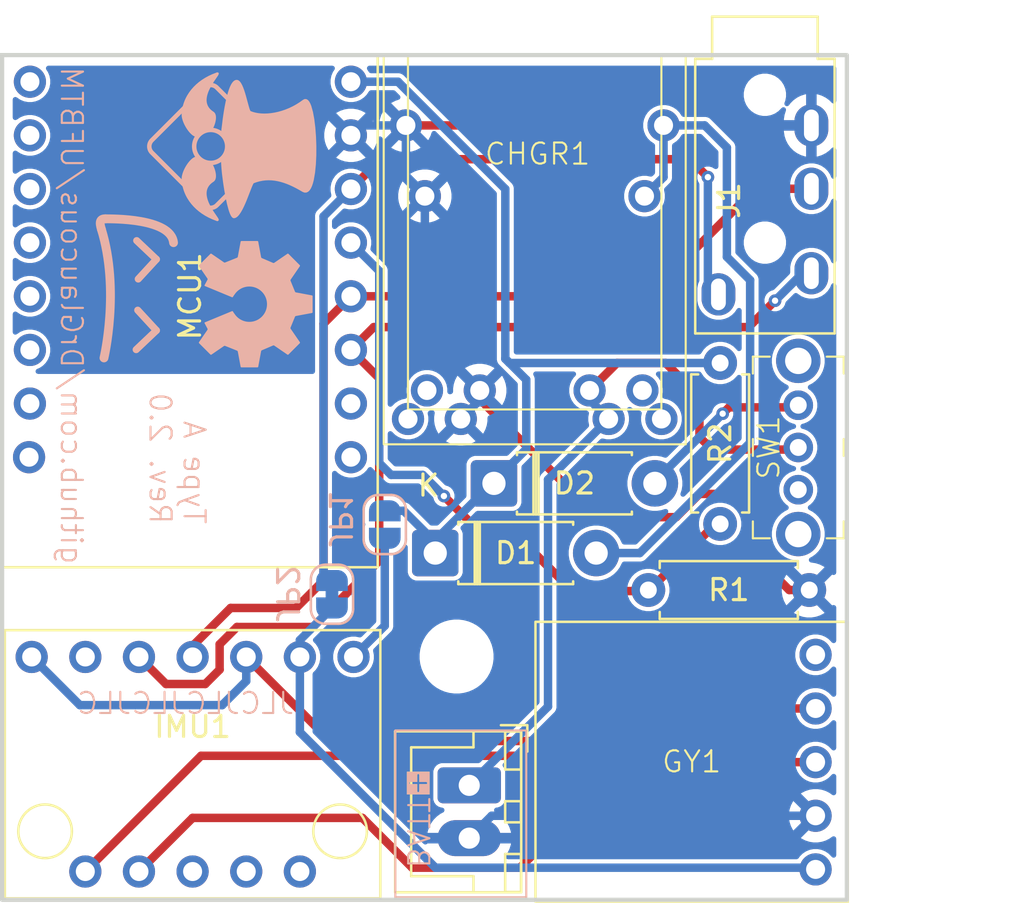
<source format=kicad_pcb>
(kicad_pcb (version 20241229) (generator "pcbnew") (generator_version "9.0")
  (layers (0 "F.Cu" signal) (2 "B.Cu" signal) (13 "F.Paste" user) (15 "B.Paste" user) (5 "F.SilkS" user "F.Silkscreen") (7 "B.SilkS" user "B.Silkscreen") (1 "F.Mask" user) (3 "B.Mask" user) (25 "Edge.Cuts" user))
  (net 0 "")
  (net 1 "SDA_1")
  (net 2 "ESP32_3V3")
  (net 3 "BATTERY_READER")
  (net 4 "ESP32_5V5")
  (net 5 "SCL_1")
  (net 6 "+BATT")
  (net 7 "GND")
  (net 9 "/5_VIN_LX")
  (net 11 "Net-(D2-A)")
  (net 12 "Net-(GY1-SDA)")
  (net 14 "Net-(GY1-SCL)")
  (net 15 "Net-(GY1-VIN)")
  (net 17 "Net-(IMU1-VIN)")
  (footprint "My_Library:LX_LBES" (layer "F.Cu") (at 128.218024 112.5 -90)
    (property "Reference" "CHGR1")
    (property "Value" "~")
  )
  (footprint "Espressif:ESP32-C3-Mini-V1" (layer "F.Cu") (at 105.896004 107.141392)
    (property "Reference" "MCU1")
    (property "Value" "~")
  )
  (footprint "Diode_THT:D_DO-41_SOD81_P7.62mm_Horizontal" (layer "F.Cu") (at 117.51 119.3)
    (property "Reference" "D1")
    (property "Value" "D_1N5817 / 4.8v Zener?")
  )
  (footprint "Diode_THT:D_DO-41_SOD81_P7.62mm_Horizontal" (layer "F.Cu") (at 120.29 116)
    (property "Reference" "D2")
    (property "Value" "D_1N5817")
  )
  (footprint "My_Library:PJ-320A" (layer "F.Cu") (at 135.32 93.9 -90)
    (property "Reference" "J1")
    (property "Value" "TRRS Connector 3.5")
  )
  (footprint "My_Library:SK12D07VG4" (layer "F.Cu") (at 134.7 114.3 90)
    (property "Reference" "SW1")
    (property "Value" "SW_SPDT")
  )
  (footprint "Connector_JST:JST_XH_B2B-XH-A_1x02_P2.50mm_Vertical" (layer "F.Cu") (at 119.12 130.3 -90)
    (property "Reference" "BT1" (hide yes))
    (property "Value" "Battery")
  )
  (footprint "My_Library:LX-LBES-Big" (layer "F.Cu") (at 129.42 114.2 -90)
    (property "Reference" "CHGR2" (hide yes))
    (property "Value" "~")
  )
  (footprint "My_Library:GY-271" (layer "F.Cu") (at 130.52 129.2 180)
    (property "Reference" "GY1")
    (property "Value" "~")
  )
  (footprint "My_Library:GY-BMI160" (layer "F.Cu") (at 106.02 129.3 -90)
    (property "Reference" "IMU1")
    (property "Value" "~")
  )
  (footprint "Resistor_THT:R_Axial_DIN0207_L6.3mm_D2.5mm_P7.62mm_Horizontal" (layer "F.Cu") (at 135.22 121.05 180)
    (property "Reference" "R1")
    (property "Value" "200K")
  )
  (footprint "Resistor_THT:R_Axial_DIN0207_L6.3mm_D2.5mm_P7.62mm_Horizontal" (layer "F.Cu") (at 131 117.92 90)
    (property "Reference" "R2")
    (property "Value" "200K")
  )
  (footprint "Jumper:SolderJumper-2_P1.3mm_Open_RoundedPad1.0x1.5mm" (layer "B.Cu") (at 115.12 117.95 90)
    (property "Reference" "JP1")
    (property "Value" "5v in")
  )
  (footprint "Jumper:SolderJumper-2_P1.3mm_Bridged_RoundedPad1.0x1.5mm" (layer "B.Cu") (at 112.62 121.25 -90)
    (property "Reference" "JP2")
    (property "Value" "3v3 in")
  )
  (footprint "MountingHole:MountingHole_3mm" (layer "B.Cu") (at 118.52 124.2)
    (property "Reference" "REF**" (hide yes))
    (property "Value" "MountingHole_3mm")
  )
  (gr_poly (pts (xy 111.703464 107.135553) (xy 111.703337 107.133854) (xy 111.703129 107.132163) (xy 111.702841 107.130483) (xy 111.702475 107.128817) (xy 111.702033 107.127166) (xy 111.701518 107.125533) (xy 111.700932 107.123921) (xy 111.700276 107.122332) (xy 111.699553 107.12077) (xy 111.697913 107.117733) (xy 111.69603 107.114829) (xy 111.693919 107.112081) (xy 111.691597 107.109506) (xy 111.689082 107.107127) (xy 111.686389 107.104963) (xy 111.684981 107.103969) (xy 111.683536 107.103035) (xy 111.682054 107.102166) (xy 111.680538 107.101363) (xy 111.678991 107.100629) (xy 111.677414 107.099967) (xy 111.675809 107.099378) (xy 111.674178 107.098867) (xy 111.672525 107.098434) (xy 111.670849 107.098084) (xy 110.910743 106.956594) (xy 110.907373 106.955809) (xy 110.90399 106.954726) (xy 110.900616 106.953366) (xy 110.897274 106.951746) (xy 110.893986 106.949886) (xy 110.890774 106.947806) (xy 110.887661 106.945524) (xy 110.884668 106.943059) (xy 110.881819 106.940431) (xy 110.879135 106.937659) (xy 110.876638 106.934762) (xy 110.874352 106.931759) (xy 110.872297 106.928669) (xy 110.870497 106.925511) (xy 110.868974 106.922304) (xy 110.86775 106.919069) (xy 110.659223 106.409734) (xy 110.657822 106.406568) (xy 110.656653 106.403211) (xy 110.655713 106.399694) (xy 110.655 106.396045) (xy 110.654512 106.392293) (xy 110.654246 106.388469) (xy 110.6542 106.384601) (xy 110.654373 106.380719) (xy 110.654762 106.376851) (xy 110.655364 106.373028) (xy 110.656178 106.369279) (xy 110.657202 106.365632) (xy 110.658432 106.362118) (xy 110.659868 106.358764) (xy 110.661507 106.355602) (xy 110.663346 106.352659) (xy 111.099122 105.717789) (xy 111.100055 105.716362) (xy 111.100915 105.714892) (xy 111.101703 105.713383) (xy 111.102419 105.711837) (xy 111.103063 105.710259) (xy 111.103635 105.70865) (xy 111.104568 105.705357) (xy 111.105218 105.701984) (xy 111.105588 105.698558) (xy 111.105681 105.695103) (xy 111.105498 105.691648) (xy 111.105043 105.688217) (xy 111.104317 105.684836) (xy 111.103322 105.681533) (xy 111.102061 105.678332) (xy 111.100537 105.67526) (xy 111.099676 105.673781) (xy 111.098751 105.672344) (xy 111.097761 105.670952) (xy 111.096706 105.669608) (xy 111.095587 105.668317) (xy 111.094404 105.667081) (xy 110.559603 105.132354) (xy 110.55836 105.131179) (xy 110.557062 105.130067) (xy 110.555713 105.129019) (xy 110.554315 105.128035) (xy 110.552873 105.127116) (xy 110.551388 105.126262) (xy 110.549866 105.125473) (xy 110.548308 105.12475) (xy 110.546718 105.124092) (xy 110.5451 105.1235) (xy 110.54179 105.122515) (xy 110.538405 105.121796) (xy 110.53497 105.121345) (xy 110.531511 105.121165) (xy 110.528054 105.121258) (xy 110.524626 105.121624) (xy 110.521252 105.122267) (xy 110.519593 105.122693) (xy 110.517958 105.123189) (xy 110.51635 105.123755) (xy 110.514771 105.124391) (xy 110.513225 105.125098) (xy 110.511716 105.125875) (xy 110.510246 105.126724) (xy 110.508819 105.127644) (xy 109.884661 105.555702) (xy 109.881708 105.557551) (xy 109.878541 105.55919) (xy 109.875189 105.560619) (xy 109.87168 105.561836) (xy 109.868044 105.562839) (xy 109.864309 105.563627) (xy 109.860504 105.564198) (xy 109.856657 105.56455) (xy 109.852796 105.564682) (xy 109.848952 105.564592) (xy 109.845151 105.564278) (xy 109.841423 105.563739) (xy 109.837796 105.562972) (xy 109.834299 105.561978) (xy 109.830962 105.560753) (xy 109.827811 105.559296) (xy 109.302298 105.334064) (xy 109.300685 105.333456) (xy 109.299076 105.332771) (xy 109.295881 105.331184) (xy 109.292734 105.329326) (xy 109.289654 105.327218) (xy 109.28666 105.324884) (xy 109.283771 105.322345) (xy 109.281006 105.319623) (xy 109.278386 105.31674) (xy 109.275929 105.313719) (xy 109.273654 105.310581) (xy 109.271582 105.307349) (xy 109.26973 105.304044) (xy 109.268119 105.300689) (xy 109.266768 105.297307) (xy 109.266196 105.295612) (xy 109.265696 105.293918) (xy 109.26527 105.292229) (xy 109.264922 105.290546) (xy 109.128226 104.555832) (xy 109.1283 104.555909) (xy 109.127942 104.55424) (xy 109.127503 104.552593) (xy 109.126986 104.550968) (xy 109.126393 104.549369) (xy 109.125727 104.547797) (xy 109.124989 104.546254) (xy 109.124183 104.544744) (xy 109.123311 104.543266) (xy 109.122376 104.541825) (xy 109.121379 104.540421) (xy 109.120324 104.539057) (xy 109.119212 104.537736) (xy 109.118047 104.536459) (xy 109.11683 104.535228) (xy 109.115565 104.534045) (xy 109.114253 104.532913) (xy 109.112898 104.531834) (xy 109.111501 104.530809) (xy 109.110065 104.529842) (xy 109.108593 104.528933) (xy 109.107086 104.528086) (xy 109.105548 104.527301) (xy 109.103981 104.526582) (xy 109.102388 104.525931) (xy 109.10077 104.525349) (xy 109.099131 104.524839) (xy 109.097472 104.524402) (xy 109.095796 104.524042) (xy 109.094107 104.523759) (xy 109.092405 104.523557) (xy 109.090694 104.523436) (xy 109.088977 104.523401) (xy 108.332616 104.523476) (xy 108.330911 104.523519) (xy 108.329211 104.523646) (xy 108.327519 104.523854) (xy 108.325836 104.524142) (xy 108.324166 104.524508) (xy 108.322511 104.524949) (xy 108.320874 104.525464) (xy 108.319258 104.52605) (xy 108.316096 104.527428) (xy 108.313048 104.529066) (xy 108.310134 104.530947) (xy 108.307374 104.533055) (xy 108.30479 104.535372) (xy 108.302402 104.537883) (xy 108.300232 104.54057) (xy 108.299235 104.541974) (xy 108.2983 104.543416) (xy 108.297429 104.544893) (xy 108.296626 104.546405) (xy 108.295893 104.547947) (xy 108.295233 104.549519) (xy 108.294647 104.551118) (xy 108.29414 104.552742) (xy 108.293713 104.55439) (xy 108.293368 104.556058) (xy 108.159967 105.272721) (xy 108.159618 105.274409) (xy 108.159192 105.276101) (xy 108.158115 105.279483) (xy 108.156755 105.282848) (xy 108.155133 105.286173) (xy 108.153268 105.289438) (xy 108.15118 105.292621) (xy 108.148887 105.2957) (xy 108.14641 105.298656) (xy 108.143767 105.301465) (xy 108.14098 105.304108) (xy 108.138066 105.306563) (xy 108.135046 105.308807) (xy 108.131939 105.310821) (xy 108.128764 105.312583) (xy 108.125542 105.314072) (xy 108.122292 105.315266) (xy 107.563222 105.538998) (xy 107.560044 105.540372) (xy 107.556678 105.541518) (xy 107.553154 105.542438) (xy 107.549502 105.543135) (xy 107.545749 105.543609) (xy 107.541925 105.543864) (xy 107.538058 105.543901) (xy 107.534179 105.543724) (xy 107.530316 105.543332) (xy 107.526497 105.54273) (xy 107.522752 105.541919) (xy 107.519109 105.5409) (xy 107.515599 105.539677) (xy 107.512249 105.538252) (xy 107.509089 105.536625) (xy 107.506147 105.5348) (xy 106.912848 105.127706) (xy 106.911414 105.126773) (xy 106.909938 105.125913) (xy 106.908423 105.125125) (xy 106.906872 105.124409) (xy 106.905288 105.123765) (xy 106.903674 105.123193) (xy 106.900372 105.12226) (xy 106.896991 105.12161) (xy 106.893557 105.12124) (xy 106.890095 105.121147) (xy 106.886632 105.121329) (xy 106.883194 105.121785) (xy 106.879806 105.122511) (xy 106.876495 105.123505) (xy 106.873286 105.124765) (xy 106.870205 105.126288) (xy 106.86872 105.127148) (xy 106.867278 105.128073) (xy 106.86588 105.129063) (xy 106.864531 105.130117) (xy 106.863233 105.131235) (xy 106.861989 105.132417) (xy 106.327189 105.667225) (xy 106.32602 105.668454) (xy 106.324914 105.66974) (xy 106.323871 105.671077) (xy 106.322891 105.672464) (xy 106.321976 105.673896) (xy 106.321125 105.67537) (xy 106.320338 105.676884) (xy 106.319616 105.678434) (xy 106.318959 105.680017) (xy 106.318367 105.681629) (xy 106.317381 105.684928) (xy 106.31666 105.688306) (xy 106.316206 105.691736) (xy 106.316022 105.695193) (xy 106.316109 105.69865) (xy 106.316471 105.702081) (xy 106.317109 105.705459) (xy 106.317532 105.707121) (xy 106.318025 105.70876) (xy 106.318589 105.710373) (xy 106.319223 105.711957) (xy 106.319928 105.713508) (xy 106.320704 105.715023) (xy 106.321551 105.716499) (xy 106.32247 105.717932) (xy 106.722521 106.300674) (xy 106.724346 106.303597) (xy 106.725947 106.306731) (xy 106.727322 106.310046) (xy 106.72847 106.313513) (xy 106.729391 106.317104) (xy 106.730085 106.32079) (xy 106.730552 106.324542) (xy 106.730789 106.328332) (xy 106.730798 106.332131) (xy 106.730577 106.335909) (xy 106.730126 106.339639) (xy 106.729444 106.343291) (xy 106.728531 106.346837) (xy 106.727387 106.350248) (xy 106.72601 106.353496) (xy 106.7244 106.356551) (xy 106.58718 106.61354) (xy 106.586452 106.615078) (xy 106.585811 106.616629) (xy 106.585258 106.61819) (xy 106.584789 106.619758) (xy 106.584406 106.621331) (xy 106.584107 106.622905) (xy 106.58389 106.624479) (xy 106.583756 106.62605) (xy 106.583703 106.627615) (xy 106.58373 106.629171) (xy 106.583835 106.630715) (xy 106.58402 106.632246) (xy 106.584281 106.63376) (xy 106.584619 106.635254) (xy 106.585032 106.636726) (xy 106.58552 106.638174) (xy 106.586081 106.639594) (xy 106.586715 106.640984) (xy 106.587421 106.642341) (xy 106.588197 106.643663) (xy 106.589043 106.644946) (xy 106.589958 106.646189) (xy 106.590941 106.647388) (xy 106.591991 106.648542) (xy 106.593107 106.649646) (xy 106.594287 106.650699) (xy 106.595532 106.651697) (xy 106.596841 106.652639) (xy 106.598211 106.653522) (xy 106.599643 106.654342) (xy 106.601135 106.655097) (xy 106.602687 106.655785) (xy 107.883433 107.185641) (xy 107.885026 107.186254) (xy 107.886644 107.186786) (xy 107.888282 107.187237) (xy 107.889939 107.18761) (xy 107.89161 107.187904) (xy 107.893294 107.188121) (xy 107.896684 107.188329) (xy 107.900086 107.18824) (xy 107.903476 107.187864) (xy 107.906827 107.187208) (xy 107.910117 107.18628) (xy 107.913322 107.18509) (xy 107.916415 107.183643) (xy 107.919374 107.18195) (xy 107.922174 107.180018) (xy 107.92479 107.177855) (xy 107.926022 107.17669) (xy 107.927199 107.17547) (xy 107.928318 107.174196) (xy 107.929375 107.17287) (xy 107.930369 107.171492) (xy 107.931295 107.170063) (xy 107.970693 107.105723) (xy 107.973652 107.101097) (xy 107.977028 107.096156) (xy 107.980745 107.090995) (xy 107.98473 107.085705) (xy 107.988907 107.08038) (xy 107.993203 107.075113) (xy 107.997543 107.069998) (xy 108.001851 107.065126) (xy 108.031001 107.022551) (xy 108.062649 106.981918) (xy 108.096686 106.943339) (xy 108.133001 106.906923) (xy 108.171485 106.872783) (xy 108.212028 106.841029) (xy 108.254518 106.811772) (xy 108.298847 106.785123) (xy 108.344905 106.761194) (xy 108.368547 106.750284) (xy 108.39258 106.740095) (xy 108.416991 106.730641) (xy 108.441764 106.721937) (xy 108.466887 106.713996) (xy 108.492346 106.706832) (xy 108.518127 106.700459) (xy 108.544216 106.69489) (xy 108.5706 106.69014) (xy 108.597264 106.686223) (xy 108.624196 106.683152) (xy 108.651381 106.680941) (xy 108.678805 106.679604) (xy 108.706455 106.679156) (xy 108.749502 106.680244) (xy 108.791984 106.683473) (xy 108.833848 106.688792) (xy 108.875042 106.696147) (xy 108.915513 106.705485) (xy 108.955208 106.716755) (xy 108.994076 106.729903) (xy 109.032063 106.744877) (xy 109.069117 106.761625) (xy 109.105186 106.780094) (xy 109.140216 106.800231) (xy 109.174156 106.821984) (xy 109.206952 106.845301) (xy 109.238553 106.870128) (xy 109.268905 106.896413) (xy 109.297956 106.924104) (xy 109.325654 106.953148) (xy 109.351945 106.983492) (xy 109.376778 107.015085) (xy 109.4001 107.047873) (xy 109.421858 107.081803) (xy 109.442 107.116824) (xy 109.460473 107.152883) (xy 109.477225 107.189927) (xy 109.492202 107.227903) (xy 109.505353 107.26676) (xy 109.516626 107.306444) (xy 109.525966 107.346903) (xy 109.533322 107.388084) (xy 109.538642 107.429935) (xy 109.541872 107.472404) (xy 109.542961 107.515437) (xy 109.541872 107.55847) (xy 109.538642 107.600939) (xy 109.533322 107.64279) (xy 109.525966 107.683971) (xy 109.516626 107.72443) (xy 109.505353 107.764114) (xy 109.492202 107.802971) (xy 109.477225 107.840947) (xy 109.460473 107.877991) (xy 109.442 107.914049) (xy 109.421858 107.94907) (xy 109.4001 107.983001) (xy 109.376778 108.015789) (xy 109.351945 108.047381) (xy 109.325654 108.077726) (xy 109.297956 108.10677) (xy 109.268905 108.13446) (xy 109.238553 108.160746) (xy 109.206952 108.185573) (xy 109.174156 108.208889) (xy 109.140216 108.230642) (xy 109.105186 108.250779) (xy 109.069117 108.269248) (xy 109.032063 108.285996) (xy 108.994076 108.30097) (xy 108.955208 108.314119) (xy 108.915513 108.325388) (xy 108.875042 108.334727) (xy 108.833848 108.342082) (xy 108.791984 108.3474) (xy 108.749502 108.35063) (xy 108.706455 108.351718) (xy 108.651381 108.349933) (xy 108.597264 108.344651) (xy 108.544216 108.335983) (xy 108.492346 108.324042) (xy 108.441764 108.308936) (xy 108.39258 108.290779) (xy 108.344905 108.26968) (xy 108.298847 108.24575) (xy 108.254518 108.219101) (xy 108.212028 108.189844) (xy 108.171485 108.15809) (xy 108.133001 108.12395) (xy 108.096686 108.087535) (xy 108.062649 108.048955) (xy 108.031001 108.008322) (xy 108.001851 107.965748) (xy 107.99752 107.960854) (xy 107.99317 107.955727) (xy 107.988872 107.950456) (xy 107.984699 107.945131) (xy 107.980722 107.939841) (xy 107.977014 107.934675) (xy 107.973648 107.929724) (xy 107.970693 107.925076) (xy 107.931295 107.860735) (xy 107.930369 107.8593) (xy 107.929375 107.857916) (xy 107.928317 107.856585) (xy 107.927198 107.855307) (xy 107.926021 107.854084) (xy 107.924789 107.852916) (xy 107.923505 107.851804) (xy 107.922172 107.850749) (xy 107.920794 107.849753) (xy 107.919372 107.848815) (xy 107.917911 107.847939) (xy 107.916413 107.847123) (xy 107.914882 107.846369) (xy 107.91332 107.845679) (xy 107.91173 107.845052) (xy 107.910116 107.844491) (xy 107.90848 107.843996) (xy 107.906826 107.843568) (xy 107.905156 107.843207) (xy 107.903474 107.842916) (xy 107.901783 107.842695) (xy 107.900085 107.842544) (xy 107.898384 107.842466) (xy 107.896683 107.84246) (xy 107.894985 107.842529) (xy 107.893293 107.842672) (xy 107.89161 107.842891) (xy 107.889938 107.843187) (xy 107.888282 107.84356) (xy 107.886644 107.844012) (xy 107.885027 107.844544) (xy 107.883434 107.845157) (xy 106.602759 108.375088) (xy 106.601208 108.375776) (xy 106.599715 108.376532) (xy 106.598282 108.377354) (xy 106.596909 108.378238) (xy 106.595599 108.379181) (xy 106.59435 108.380182) (xy 106.593166 108.381237) (xy 106.592046 108.382344) (xy 106.590992 108.383499) (xy 106.590004 108.384701) (xy 106.589085 108.385946) (xy 106.588234 108.387232) (xy 106.587453 108.388556) (xy 106.586743 108.389915) (xy 106.586105 108.391307) (xy 106.58554 108.392729) (xy 106.585048 108.394178) (xy 106.584632 108.395652) (xy 106.584292 108.397147) (xy 106.584028 108.398662) (xy 106.583843 108.400192) (xy 106.583737 108.401737) (xy 106.583711 108.403292) (xy 106.583766 108.404855) (xy 106.583904 108.406424) (xy 106.584124 108.407996) (xy 106.584429 108.409568) (xy 106.584819 108.411137) (xy 106.585295 108.412701) (xy 106.585859 108.414257) (xy 106.586511 108.415802) (xy 106.587253 108.417333) (xy 106.72447 108.674322) (xy 106.726067 108.677364) (xy 106.727433 108.6806) (xy 106.728568 108.684002) (xy 106.729473 108.68754) (xy 106.730148 108.691186) (xy 106.730593 108.694912) (xy 106.730809 108.698688) (xy 106.730796 108.702485) (xy 106.730555 108.706276) (xy 106.730086 108.710031) (xy 106.729389 108.713721) (xy 106.728465 108.717318) (xy 106.727315 108.720793) (xy 106.725938 108.724117) (xy 106.724335 108.727262) (xy 106.722507 108.730199) (xy 106.322462 109.312937) (xy 106.321536 109.314371) (xy 106.320682 109.315847) (xy 106.3199 109.317362) (xy 106.31919 109.318913) (xy 106.318551 109.320497) (xy 106.317982 109.32211) (xy 106.317057 109.325412) (xy 106.316413 109.328792) (xy 106.316047 109.332224) (xy 106.315956 109.335684) (xy 106.316139 109.339143) (xy 106.316594 109.342577) (xy 106.317317 109.34596) (xy 106.318308 109.349266) (xy 106.319562 109.352467) (xy 106.321079 109.35554) (xy 106.321936 109.357019) (xy 106.322856 109.358457) (xy 106.323842 109.359849) (xy 106.324891 109.361192) (xy 106.326004 109.362484) (xy 106.327181 109.36372) (xy 106.861989 109.898521) (xy 106.863233 109.899697) (xy 106.864531 109.90081) (xy 106.86588 109.901859) (xy 106.867278 109.902843) (xy 106.86872 109.903764) (xy 106.870205 109.90462) (xy 106.871727 109.905411) (xy 106.873286 109.906136) (xy 106.874876 109.906796) (xy 106.876495 109.907391) (xy 106.879806 109.908381) (xy 106.883194 109.909105) (xy 106.886632 109.90956) (xy 106.890095 109.909743) (xy 106.893557 109.909653) (xy 106.896991 109.909287) (xy 106.89869 109.909) (xy 106.900372 109.908643) (xy 106.902035 109.908216) (xy 106.903675 109.907719) (xy 106.905288 109.907151) (xy 106.906872 109.906512) (xy 106.908423 109.905801) (xy 106.909938 109.905019) (xy 106.911415 109.904166) (xy 106.912848 109.90324) (xy 107.506222 109.496147) (xy 107.509151 109.494308) (xy 107.512303 109.49267) (xy 107.515647 109.491235) (xy 107.519154 109.490004) (xy 107.522794 109.48898) (xy 107.52654 109.488164) (xy 107.53036 109.48756) (xy 107.534226 109.487168) (xy 107.53811 109.486991) (xy 107.54198 109.487032) (xy 107.545808 109.487291) (xy 107.549566 109.487772) (xy 107.553222 109.488476) (xy 107.556749 109.489406) (xy 107.560117 109.490563) (xy 107.563297 109.491949) (xy 108.122366 109.715685) (xy 108.123994 109.716237) (xy 108.125618 109.716868) (xy 108.127235 109.717573) (xy 108.128842 109.71835) (xy 108.13202 109.720109) (xy 108.135131 109.722124) (xy 108.138156 109.724372) (xy 108.141074 109.726831) (xy 108.143867 109.72948) (xy 108.146513 109.732296) (xy 108.148993 109.735258) (xy 108.151288 109.738344) (xy 108.153376 109.741532) (xy 108.15524 109.744799) (xy 108.156858 109.748125) (xy 108.158211 109.751486) (xy 108.158781 109.753174) (xy 108.159278 109.754862) (xy 108.159699 109.756548) (xy 108.160041 109.75823) (xy 108.293442 110.474892) (xy 108.293793 110.47656) (xy 108.294225 110.478208) (xy 108.294737 110.479832) (xy 108.295325 110.481432) (xy 108.295988 110.483004) (xy 108.296722 110.484546) (xy 108.297525 110.486057) (xy 108.298395 110.487535) (xy 108.299329 110.488977) (xy 108.300325 110.490381) (xy 108.301379 110.491746) (xy 108.30249 110.493068) (xy 108.303655 110.494346) (xy 108.304872 110.495578) (xy 108.306137 110.496762) (xy 108.307449 110.497896) (xy 108.308805 110.498977) (xy 108.310202 110.500004) (xy 108.311638 110.500974) (xy 108.31311 110.501885) (xy 108.314616 110.502735) (xy 108.316153 110.503523) (xy 108.317719 110.504245) (xy 108.319311 110.504901) (xy 108.320927 110.505487) (xy 108.322565 110.506001) (xy 108.32422 110.506443) (xy 108.325892 110.506808) (xy 108.327578 110.507097) (xy 108.329274 110.507305) (xy 108.33098 110.507431) (xy 108.332691 110.507474) (xy 109.089051 110.507474) (xy 109.090756 110.507432) (xy 109.092454 110.507306) (xy 109.094145 110.507098) (xy 109.095825 110.506811) (xy 109.097492 110.506447) (xy 109.099143 110.506008) (xy 109.100776 110.505495) (xy 109.102388 110.504911) (xy 109.103977 110.504258) (xy 109.105541 110.503538) (xy 109.10858 110.501905) (xy 109.111485 110.500028) (xy 109.114237 110.497924) (xy 109.116815 110.49561) (xy 109.119199 110.493101) (xy 109.121369 110.490414) (xy 109.122368 110.48901) (xy 109.123305 110.487567) (xy 109.124178 110.486087) (xy 109.124986 110.484574) (xy 109.125724 110.483029) (xy 109.126392 110.481453) (xy 109.126986 110.47985) (xy 109.127503 110.47822) (xy 109.127942 110.476567) (xy 109.128299 110.474892) (xy 109.264996 109.740178) (xy 109.265783 109.736793) (xy 109.266865 109.733396) (xy 109.268224 109.730007) (xy 109.269839 109.726649) (xy 109.271692 109.723343) (xy 109.273764 109.720112) (xy 109.276037 109.716978) (xy 109.278491 109.713962) (xy 109.281107 109.711087) (xy 109.283866 109.708374) (xy 109.28675 109.705845) (xy 109.289739 109.703523) (xy 109.292815 109.701429) (xy 109.295959 109.699585) (xy 109.299151 109.698013) (xy 109.302372 109.696735) (xy 109.827885 109.471504) (xy 109.831036 109.470049) (xy 109.834374 109.468826) (xy 109.83787 109.467835) (xy 109.841497 109.467073) (xy 109.845225 109.466538) (xy 109.849026 109.466227) (xy 109.852871 109.466139) (xy 109.856732 109.466272) (xy 109.860579 109.466624) (xy 109.864384 109.467192) (xy 109.868119 109.467974) (xy 109.871755 109.468969) (xy 109.875263 109.470174) (xy 109.878615 109.471588) (xy 109.881781 109.473207) (xy 109.884735 109.475031) (xy 110.508819 109.903164) (xy 110.510246 109.904097) (xy 110.511716 109.904956) (xy 110.513225 109.905743) (xy 110.514771 109.906458) (xy 110.516349 109.9071) (xy 110.517958 109.907671) (xy 110.521252 109.908599) (xy 110.524626 109.909245) (xy 110.528054 109.90961) (xy 110.53151 109.909699) (xy 110.534969 109.909512) (xy 110.538404 109.909053) (xy 110.54179 109.908325) (xy 110.5451 109.90733) (xy 110.548308 109.906071) (xy 110.551388 109.90455) (xy 110.552872 109.903693) (xy 110.554315 109.902771) (xy 110.555712 109.901785) (xy 110.557061 109.900735) (xy 110.558359 109.899622) (xy 110.559603 109.898445) (xy 111.094403 109.36372) (xy 111.095579 109.362484) (xy 111.096692 109.361192) (xy 111.097741 109.359849) (xy 111.098726 109.358457) (xy 111.099646 109.35702) (xy 111.100502 109.35554) (xy 111.101293 109.354022) (xy 111.102019 109.352468) (xy 111.102679 109.350881) (xy 111.103273 109.349266) (xy 111.104264 109.345961) (xy 111.104987 109.342578) (xy 111.105442 109.339143) (xy 111.105625 109.335684) (xy 111.105535 109.332225) (xy 111.105169 109.328792) (xy 111.104882 109.327094) (xy 111.104525 109.325412) (xy 111.104098 109.32375) (xy 111.103601 109.32211) (xy 111.103033 109.320497) (xy 111.102394 109.318913) (xy 111.101683 109.317362) (xy 111.100901 109.315847) (xy 111.100048 109.314371) (xy 111.099122 109.312937) (xy 110.663342 108.678067) (xy 110.661504 108.675137) (xy 110.659869 108.671986) (xy 110.658437 108.668643) (xy 110.657211 108.665136) (xy 110.656192 108.661495) (xy 110.655383 108.65775) (xy 110.654785 108.653929) (xy 110.6544 108.650063) (xy 110.65423 108.64618) (xy 110.654278 108.64231) (xy 110.654544 108.638481) (xy 110.65503 108.634724) (xy 110.655739 108.631067) (xy 110.656672 108.62754) (xy 110.657832 108.624172) (xy 110.659219 108.620992) (xy 110.867747 108.111582) (xy 110.86832 108.109962) (xy 110.868971 108.108347) (xy 110.869696 108.106739) (xy 110.870494 108.105141) (xy 110.872293 108.101983) (xy 110.874347 108.098893) (xy 110.876634 108.095891) (xy 110.87913 108.092994) (xy 110.881815 108.090222) (xy 110.884664 108.087595) (xy 110.887657 108.085131) (xy 110.89077 108.082849) (xy 110.893983 108.080769) (xy 110.897271 108.078909) (xy 110.900613 108.077289) (xy 110.903987 108.075927) (xy 110.907371 108.074844) (xy 110.909059 108.074412) (xy 110.910741 108.074057) (xy 111.670924 107.932642) (xy 111.672593 107.932291) (xy 111.67424 107.931859) (xy 111.675865 107.931347) (xy 111.677464 107.930759) (xy 111.679036 107.930097) (xy 111.680578 107.929363) (xy 111.68209 107.92856) (xy 111.683567 107.92769) (xy 111.685009 107.926757) (xy 111.686413 107.925762) (xy 111.687778 107.924708) (xy 111.6891 107.923598) (xy 111.690379 107.922434) (xy 111.691611 107.921219) (xy 111.692795 107.919955) (xy 111.693928 107.918645) (xy 111.69501 107.917291) (xy 111.696036 107.915896) (xy 111.697006 107.914463) (xy 111.697917 107.912993) (xy 111.698768 107.91149) (xy 111.699555 107.909956) (xy 111.700278 107.908393) (xy 111.700933 107.906805) (xy 111.701519 107.905193) (xy 111.702034 107.90356) (xy 111.702475 107.901909) (xy 111.702841 107.900242) (xy 111.703129 107.898562) (xy 111.703337 107.896872) (xy 111.703464 107.895173) (xy 111.703506 107.893469) (xy 111.703506 107.137257)) (fill yes) (layer "B.SilkS"))
  (gr_poly (pts (xy 109.782249 100.024931) (xy 109.780832 100.005173) (xy 109.778472 99.985489) (xy 109.775167 99.965914) (xy 109.770918 99.946487) (xy 109.765725 99.927242) (xy 109.759588 99.908218) (xy 109.752506 99.88945) (xy 109.74448 99.870976) (xy 109.73551 99.852831) (xy 109.725596 99.835054) (xy 109.714738 99.817679) (xy 109.702935 99.800745) (xy 109.690189 99.784287) (xy 109.676498 99.768343) (xy 109.661863 99.752948) (xy 107.167978 97.259064) (xy 107.152583 97.244429) (xy 107.136639 97.230738) (xy 107.120181 97.217991) (xy 107.103247 97.206188) (xy 107.085872 97.19533) (xy 107.068094 97.185416) (xy 107.04995 97.176446) (xy 107.031475 97.16842) (xy 107.012708 97.161339) (xy 106.993683 97.155201) (xy 106.974439 97.150008) (xy 106.955011 97.145759) (xy 106.935437 97.142455) (xy 106.915752 97.140094) (xy 106.895995 97.138678) (xy 106.8762 97.138206) (xy 106.856406 97.138678) (xy 106.836648 97.140094) (xy 106.816964 97.142455) (xy 106.797389 97.145759) (xy 106.777962 97.150008) (xy 106.758717 97.155201) (xy 106.739693 97.161339) (xy 106.720925 97.16842) (xy 106.702451 97.176446) (xy 106.684306 97.185416) (xy 106.666529 97.19533) (xy 106.649154 97.206188) (xy 106.63222 97.217991) (xy 106.615762 97.230738) (xy 106.599817 97.244429) (xy 106.584423 97.259064) (xy 104.090538 99.752948) (xy 104.075903 99.768343) (xy 104.062212 99.784287) (xy 104.049465 99.800745) (xy 104.037662 99.817679) (xy 104.026804 99.835054) (xy 104.01689 99.852831) (xy 104.00792 99.870976) (xy 103.999894 99.88945) (xy 103.992813 99.908218) (xy 103.986675 99.927242) (xy 103.981482 99.946487) (xy 103.977233 99.965914) (xy 103.973929 99.985489) (xy 103.971568 100.005173) (xy 103.970152 100.024931) (xy 103.96968 100.044725) (xy 103.970152 100.06452) (xy 103.971568 100.084277) (xy 103.973929 100.103962) (xy 103.977233 100.123536) (xy 103.981482 100.142964) (xy 103.986675 100.162208) (xy 103.992813 100.181232) (xy 103.999894 100.2) (xy 104.00792 100.218475) (xy 104.01689 100.236619) (xy 104.026804 100.254397) (xy 104.037662 100.271771) (xy 104.049465 100.288706) (xy 104.062212 100.305163) (xy 104.075903 100.321108) (xy 104.090538 100.336502) (xy 106.584423 102.830387) (xy 106.599817 102.845022) (xy 106.615762 102.858713) (xy 106.63222 102.87146) (xy 106.649154 102.883263) (xy 106.666529 102.894121) (xy 106.684306 102.904035) (xy 106.702451 102.913005) (xy 106.720925 102.921031) (xy 106.739693 102.928112) (xy 106.758717 102.93425) (xy 106.777962 102.939443) (xy 106.797389 102.943692) (xy 106.816964 102.946997) (xy 106.836648 102.949357) (xy 106.856406 102.950773) (xy 106.8762 102.951246) (xy 106.895995 102.950773) (xy 106.915752 102.949357) (xy 106.935437 102.946997) (xy 106.955011 102.943692) (xy 106.974439 102.939443) (xy 106.993683 102.93425) (xy 107.012708 102.928112) (xy 107.031475 102.921031) (xy 107.04995 102.913005) (xy 107.068094 102.904035) (xy 107.085872 102.894121) (xy 107.103247 102.883263) (xy 107.120181 102.87146) (xy 107.136639 102.858713) (xy 107.152583 102.845022) (xy 107.167978 102.830387) (xy 109.661863 100.336502) (xy 109.676498 100.321108) (xy 109.690189 100.305163) (xy 109.702935 100.288706) (xy 109.714738 100.271771) (xy 109.725596 100.254397) (xy 109.73551 100.236619) (xy 109.74448 100.218475) (xy 109.752506 100.2) (xy 109.759588 100.181232) (xy 109.765725 100.162208) (xy 109.770918 100.142964) (xy 109.775167 100.123536) (xy 109.778472 100.103962) (xy 109.780832 100.084277) (xy 109.782249 100.06452) (xy 109.782721 100.044725)) (stroke (width 0.211666)) (fill no) (layer "B.SilkS"))
  (gr_curve (pts (xy 101.700539 103.964062) (xy 101.598617 103.633419) (xy 101.627404 103.466401) (xy 101.897203 103.472399)) (stroke (width 0.417912)) (layer "B.SilkS"))
  (gr_line (start 103.347605 109.667335) (end 104.306344 108.757761) (stroke (width 0.334821)) (layer "B.SilkS"))
  (gr_curve (pts (xy 101.823454 110.060664) (xy 101.823454 110.060664) (xy 102.590003 106.849868) (xy 101.700539 103.964062)) (stroke (width 0.417912)) (layer "B.SilkS"))
  (gr_line (start 103.445936 106.323963) (end 104.306344 105.389806) (stroke (width 0.334821)) (layer "B.SilkS"))
  (gr_line (start 104.306344 105.389806) (end 103.372187 104.504815) (stroke (width 0.334821)) (layer "B.SilkS"))
  (gr_line (start 104.306344 108.757761) (end 103.421354 107.79902) (stroke (width 0.334821)) (layer "B.SilkS"))
  (gr_poly (pts (xy 111.806801 99.582711) (xy 111.774373 99.156095) (xy 111.72616 98.762838) (xy 111.663033 98.419796) (xy 111.58586 98.143826) (xy 111.542278 98.03626) (xy 111.49551 97.951784) (xy 111.445666 97.892504) (xy 111.392853 97.860527) (xy 111.337181 97.857961) (xy 111.278758 97.886913) (xy 111.115743 98.003124) (xy 110.948673 98.10768) (xy 110.77853 98.200711) (xy 110.606296 98.282345) (xy 110.432951 98.352714) (xy 110.259478 98.411946) (xy 110.086859 98.460173) (xy 109.916075 98.497523) (xy 109.748108 98.524127) (xy 109.583939 98.540115) (xy 109.424551 98.545615) (xy 109.270925 98.54076) (xy 109.124042 98.525677) (xy 108.984884 98.500498) (xy 108.854434 98.465351) (xy 108.733672 98.420367) (xy 108.733673 98.420367) (xy 108.733673 98.420366) (xy 108.722053 98.41152) (xy 108.709986 98.395161) (xy 108.684485 98.341947) (xy 108.657115 98.264821) (xy 108.627822 98.16788) (xy 108.490303 97.663928) (xy 108.450561 97.529379) (xy 108.408563 97.399602) (xy 108.364255 97.278692) (xy 108.31758 97.170749) (xy 108.268485 97.079869) (xy 108.243012 97.042108) (xy 108.216912 97.01015) (xy 108.19018 96.984506) (xy 108.162808 96.965689) (xy 108.13479 96.954211) (xy 108.106117 96.950585) (xy 108.076224 96.954537) (xy 108.04693 96.965242) (xy 108.018239 96.982435) (xy 107.990152 97.005851) (xy 107.962672 97.035227) (xy 107.935802 97.070298) (xy 107.909543 97.110801) (xy 107.883897 97.156471) (xy 107.858868 97.207045) (xy 107.834458 97.262259) (xy 107.787502 97.385547) (xy 107.743049 97.524224) (xy 107.701117 97.676178) (xy 107.661724 97.839295) (xy 107.62489 98.011464) (xy 107.590634 98.190572) (xy 107.558973 98.374506) (xy 107.529926 98.561155) (xy 107.503513 98.748404) (xy 107.458662 99.116259) (xy 107.447347 99.199174) (xy 107.440519 99.253508) (xy 107.43517 99.31121) (xy 107.433578 99.340102) (xy 107.432991 99.368368) (xy 107.43362 99.395521) (xy 107.435677 99.42107) (xy 107.439373 99.444528) (xy 107.441902 99.455319) (xy 107.444921 99.465404) (xy 107.448455 99.474721) (xy 107.452531 99.48321) (xy 107.457176 99.490809) (xy 107.462416 99.497457) (xy 107.484725 99.523304) (xy 107.50623 99.550448) (xy 107.526839 99.578761) (xy 107.546459 99.608119) (xy 107.564997 99.638394) (xy 107.582362 99.669462) (xy 107.598459 99.701196) (xy 107.613198 99.733469) (xy 107.626484 99.766157) (xy 107.638227 99.799133) (xy 107.648332 99.83227) (xy 107.656709 99.865444) (xy 107.663263 99.898529) (xy 107.667903 99.931397) (xy 107.670535 99.963924) (xy 107.671068 99.995982) (xy 107.669271 100.035381) (xy 107.665248 100.077934) (xy 107.659099 100.123004) (xy 107.650925 100.169954) (xy 107.640827 100.218147) (xy 107.628907 100.266946) (xy 107.615264 100.315715) (xy 107.6 100.363815) (xy 107.583217 100.410611) (xy 107.565014 100.455465) (xy 107.545493 100.49774) (xy 107.524754 100.536799) (xy 107.5029 100.572006) (xy 107.480029 100.602722) (xy 107.456245 100.628312) (xy 107.444041 100.638985) (xy 107.431646 100.648137) (xy 107.429507 100.651132) (xy 107.427749 100.656888) (xy 107.425309 100.676094) (xy 107.4242 100.704569) (xy 107.424294 100.741127) (xy 107.427587 100.833749) (xy 107.43417 100.944474) (xy 107.443029 101.063816) (xy 107.453146 101.182286) (xy 107.463507 101.290399) (xy 107.473095 101.378667) (xy 107.521175 101.749588) (xy 107.576821 102.11142) (xy 107.638451 102.45158) (xy 107.704478 102.757483) (xy 107.773316 103.016546) (xy 107.808295 103.124579) (xy 107.843382 103.216184) (xy 107.878379 103.289786) (xy 107.913089 103.343813) (xy 107.947312 103.376692) (xy 107.96418 103.384709) (xy 107.980852 103.38685) (xy 108.015581 103.380556) (xy 108.050553 103.365659) (xy 108.085701 103.342729) (xy 108.120959 103.312333) (xy 108.156262 103.27504) (xy 108.191542 103.231418) (xy 108.26177 103.12746) (xy 108.331116 103.005006) (xy 108.39905 102.868603) (xy 108.465043 102.722797) (xy 108.528565 102.572135) (xy 108.747362 102.011859) (xy 108.790591 101.905116) (xy 108.828175 101.820797) (xy 108.859582 101.763448) (xy 108.872805 101.746308) (xy 108.884285 101.737616) (xy 109.032665 101.68389) (xy 109.180173 101.642756) (xy 109.326971 101.613774) (xy 109.473222 101.596501) (xy 109.61909 101.590498) (xy 109.764738 101.595322) (xy 109.910328 101.610533) (xy 110.056024 101.63569) (xy 110.201989 101.670351) (xy 110.348386 101.714075) (xy 110.495379 101.766422) (xy 110.643129 101.826951) (xy 110.7918 101.895219) (xy 110.941556 101.970786) (xy 111.092559 102.053211) (xy 111.244973 102.142053) (xy 111.322347 102.173752) (xy 111.393711 102.173756) (xy 111.459174 102.144173) (xy 111.518843 102.087109) (xy 111.572828 102.004671) (xy 111.621238 101.898967) (xy 111.664181 101.772104) (xy 111.701765 101.626188) (xy 111.761293 101.285628) (xy 111.800692 100.894144) (xy 111.82083 100.468592) (xy 111.822577 100.025828)) (stroke (width 0.114152)) (fill yes) (layer "B.SilkS"))
  (gr_poly (pts (xy 107.20023 103.510059) (xy 107.176355 103.463642) (xy 107.127687 103.390681) (xy 106.981976 103.178614) (xy 106.897934 103.04625) (xy 106.815103 102.900828) (xy 106.739983 102.745719) (xy 106.707347 102.665585) (xy 106.679076 102.584294) (xy 106.655983 102.502267) (xy 106.638881 102.419925) (xy 106.628583 102.33769) (xy 106.6259 102.255982) (xy 106.631647 102.175225) (xy 106.646634 102.095838) (xy 106.671676 102.018244) (xy 106.707584 101.942863) (xy 106.755171 101.870118) (xy 106.81525 101.80043) (xy 106.888633 101.734219) (xy 106.976133 101.671908) (xy 106.976134 101.671908) (xy 106.996281 101.656879) (xy 107.013712 101.639289) (xy 107.028551 101.619334) (xy 107.04092 101.597212) (xy 107.050942 101.573118) (xy 107.058741 101.547249) (xy 107.064439 101.519802) (xy 107.06816 101.490972) (xy 107.070027 101.460957) (xy 107.070163 101.429953) (xy 107.068691 101.398157) (xy 107.065734 101.365764) (xy 107.055858 101.299977) (xy 107.041519 101.234164) (xy 107.023703 101.169897) (xy 107.003395 101.108747) (xy 106.981578 101.052288) (xy 106.959239 101.002091) (xy 106.937361 100.959728) (xy 106.91693 100.926772) (xy 106.907564 100.914312) (xy 106.89893 100.904793) (xy 106.89115 100.898411) (xy 106.884346 100.895364) (xy 106.827683 100.883091) (xy 106.776331 100.871081) (xy 106.729671 100.859119) (xy 106.687083 100.846991) (xy 106.647949 100.834485) (xy 106.611647 100.821385) (xy 106.57756 100.807479) (xy 106.545068 100.792553) (xy 106.513551 100.776392) (xy 106.482389 100.758783) (xy 106.450964 100.739513) (xy 106.418655 100.718367) (xy 106.384844 100.695131) (xy 106.348911 100.669592) (xy 106.268202 100.61075) (xy 106.247409 100.598672) (xy 106.225029 100.591558) (xy 106.201212 100.589189) (xy 106.176107 100.591341) (xy 106.149865 100.597792) (xy 106.122634 100.60832) (xy 106.094565 100.622704) (xy 106.065808 100.64072) (xy 106.036512 100.662148) (xy 106.006827 100.686765) (xy 105.946888 100.744677) (xy 105.887192 100.81268) (xy 105.828934 100.888998) (xy 105.773314 100.971853) (xy 105.721529 101.059469) (xy 105.674778 101.15007) (xy 105.634259 101.241879) (xy 105.60117 101.333119) (xy 105.576709 101.422014) (xy 105.568088 101.465027) (xy 105.562074 101.506787) (xy 105.558816 101.547073) (xy 105.558463 101.585662) (xy 105.562517 101.663373) (xy 105.569893 101.740568) (xy 105.580553 101.817186) (xy 105.594458 101.893165) (xy 105.611572 101.968442) (xy 105.631855 102.042955) (xy 105.655271 102.116644) (xy 105.68178 102.189446) (xy 105.711346 102.261299) (xy 105.74393 102.332142) (xy 105.779494 102.401912) (xy 105.818001 102.470547) (xy 105.903689 102.604168) (xy 106.000692 102.732509) (xy 106.108705 102.855075) (xy 106.227425 102.971372) (xy 106.356549 103.080905) (xy 106.495773 103.183178) (xy 106.644793 103.277696) (xy 106.803307 103.363966) (xy 106.971009 103.441492) (xy 107.147598 103.509778) (xy 107.175335 103.522541) (xy 107.192811 103.526562) (xy 107.200839 103.522261)) (stroke (width 0.114152)) (fill yes) (layer "B.SilkS"))
  (gr_rect (start 115.62 127.7) (end 121.82 135.6) (stroke (width 0.1)) (fill no) (layer "B.SilkS"))
  (gr_poly (pts (xy 107.656249 100.004531) (xy 107.653233 99.964866) (xy 107.648265 99.925777) (xy 107.641397 99.887313) (xy 107.632675 99.849525) (xy 107.62215 99.81246) (xy 107.60987 99.776169) (xy 107.595885 99.7407) (xy 107.580244 99.706102) (xy 107.562995 99.672424) (xy 107.544188 99.639715) (xy 107.523872 99.608025) (xy 107.502095 99.577402) (xy 107.478908 99.547896) (xy 107.454359 99.519555) (xy 107.428497 99.492429) (xy 107.401371 99.466567) (xy 107.37303 99.442018) (xy 107.343524 99.418831) (xy 107.312901 99.397054) (xy 107.281211 99.376738) (xy 107.248502 99.357931) (xy 107.214824 99.340682) (xy 107.180226 99.325041) (xy 107.144757 99.311055) (xy 107.108465 99.298776) (xy 107.071401 99.288251) (xy 107.033612 99.279529) (xy 106.995149 99.27266) (xy 106.95606 99.267693) (xy 106.916394 99.264677) (xy 106.876201 99.263661) (xy 106.836007 99.264677) (xy 106.796341 99.267693) (xy 106.757252 99.27266) (xy 106.718788 99.279529) (xy 106.681 99.288251) (xy 106.643935 99.298776) (xy 106.607644 99.311055) (xy 106.572174 99.325041) (xy 106.537576 99.340682) (xy 106.503898 99.357931) (xy 106.471189 99.376738) (xy 106.439499 99.397054) (xy 106.408876 99.418831) (xy 106.37937 99.442018) (xy 106.35103 99.466567) (xy 106.323904 99.492429) (xy 106.298042 99.519555) (xy 106.273492 99.547896) (xy 106.250305 99.577402) (xy 106.228529 99.608025) (xy 106.208213 99.639715) (xy 106.189406 99.672424) (xy 106.172157 99.706102) (xy 106.156515 99.7407) (xy 106.14253 99.776169) (xy 106.130251 99.81246) (xy 106.119725 99.849525) (xy 106.111004 99.887313) (xy 106.104135 99.925777) (xy 106.099168 99.964866) (xy 106.096152 100.004531) (xy 106.095136 100.044725) (xy 106.096152 100.084918) (xy 106.099168 100.124584) (xy 106.104135 100.163673) (xy 106.111004 100.202137) (xy 106.119725 100.239925) (xy 106.130251 100.27699) (xy 106.14253 100.313281) (xy 106.156515 100.348751) (xy 106.172157 100.383349) (xy 106.189406 100.417027) (xy 106.208213 100.449736) (xy 106.228529 100.481426) (xy 106.250305 100.512049) (xy 106.273492 100.541555) (xy 106.298042 100.569896) (xy 106.323904 100.597022) (xy 106.35103 100.622884) (xy 106.37937 100.647433) (xy 106.408876 100.67062) (xy 106.439499 100.692397) (xy 106.471189 100.712713) (xy 106.503898 100.73152) (xy 106.537576 100.748769) (xy 106.572174 100.764411) (xy 106.607644 100.778396) (xy 106.643935 100.790675) (xy 106.681 100.801201) (xy 106.718788 100.809922) (xy 106.757252 100.816791) (xy 106.796341 100.821758) (xy 106.836007 100.824774) (xy 106.876201 100.825791) (xy 106.916394 100.824774) (xy 106.95606 100.821758) (xy 106.995149 100.816791) (xy 107.033612 100.809922) (xy 107.071401 100.801201) (xy 107.108465 100.790675) (xy 107.144757 100.778396) (xy 107.180226 100.764411) (xy 107.214824 100.748769) (xy 107.248502 100.73152) (xy 107.281211 100.712713) (xy 107.312901 100.692397) (xy 107.343524 100.67062) (xy 107.37303 100.647433) (xy 107.401371 100.622884) (xy 107.428497 100.597022) (xy 107.454359 100.569896) (xy 107.478908 100.541555) (xy 107.502095 100.512049) (xy 107.523872 100.481426) (xy 107.544188 100.449736) (xy 107.562995 100.417027) (xy 107.580244 100.383349) (xy 107.595885 100.348751) (xy 107.60987 100.313281) (xy 107.62215 100.27699) (xy 107.632675 100.239925) (xy 107.641397 100.202137) (xy 107.648265 100.163673) (xy 107.653233 100.124584) (xy 107.656249 100.084918) (xy 107.657265 100.044725)) (stroke (width 0.211666)) (fill no) (layer "B.SilkS"))
  (gr_curve (pts (xy 101.897203 103.472399) (xy 102.167003 103.478397) (xy 104.996146 103.42547) (xy 105.117586 104.60322)) (stroke (width 0.417912)) (layer "B.SilkS"))
  (gr_poly (pts (xy 107.192811 96.594295) (xy 107.175335 96.598315) (xy 107.147598 96.611078) (xy 106.971009 96.679365) (xy 106.803307 96.756891) (xy 106.644793 96.843161) (xy 106.495773 96.93768) (xy 106.356549 97.039953) (xy 106.227425 97.149485) (xy 106.108705 97.265782) (xy 106.000692 97.388348) (xy 105.903689 97.516689) (xy 105.818001 97.650309) (xy 105.779494 97.718945) (xy 105.74393 97.788715) (xy 105.711346 97.859557) (xy 105.68178 97.93141) (xy 105.655271 98.004212) (xy 105.631855 98.077901) (xy 105.611572 98.152414) (xy 105.594458 98.227691) (xy 105.580553 98.30367) (xy 105.569893 98.380287) (xy 105.562517 98.457483) (xy 105.558463 98.535194) (xy 105.558816 98.573783) (xy 105.562074 98.614068) (xy 105.568088 98.655829) (xy 105.576709 98.698842) (xy 105.60117 98.787737) (xy 105.634259 98.878977) (xy 105.674778 98.970786) (xy 105.721529 99.061387) (xy 105.773314 99.149003) (xy 105.828934 99.231859) (xy 105.887192 99.308176) (xy 105.946888 99.376179) (xy 106.006827 99.434091) (xy 106.036512 99.458708) (xy 106.065808 99.480136) (xy 106.094565 99.498153) (xy 106.122634 99.512536) (xy 106.149865 99.523065) (xy 106.176107 99.529516) (xy 106.201212 99.531668) (xy 106.225029 99.529298) (xy 106.247409 99.522185) (xy 106.268202 99.510106) (xy 106.348911 99.451264) (xy 106.384844 99.425726) (xy 106.418655 99.40249) (xy 106.450964 99.381344) (xy 106.482389 99.362073) (xy 106.513551 99.344464) (xy 106.545068 99.328304) (xy 106.57756 99.313377) (xy 106.611647 99.299471) (xy 106.647949 99.286371) (xy 106.687083 99.273865) (xy 106.729671 99.261737) (xy 106.776331 99.249775) (xy 106.827683 99.237764) (xy 106.884346 99.225491) (xy 106.89115 99.222443) (xy 106.89893 99.216062) (xy 106.907564 99.206543) (xy 106.91693 99.194083) (xy 106.937361 99.161126) (xy 106.959239 99.118763) (xy 106.981578 99.068566) (xy 107.003395 99.012107) (xy 107.023703 98.950958) (xy 107.041519 98.886691) (xy 107.055858 98.820878) (xy 107.065734 98.755091) (xy 107.068691 98.722699) (xy 107.070163 98.690902) (xy 107.070027 98.659898) (xy 107.06816 98.629883) (xy 107.064439 98.601054) (xy 107.058741 98.573606) (xy 107.050942 98.547737) (xy 107.04092 98.523643) (xy 107.028551 98.501521) (xy 107.013712 98.481567) (xy 106.996281 98.463977) (xy 106.976134 98.448948) (xy 106.976133 98.44895) (xy 106.888633 98.386639) (xy 106.81525 98.320428) (xy 106.755171 98.250739) (xy 106.707584 98.177994) (xy 106.671676 98.102613) (xy 106.646634 98.025019) (xy 106.631647 97.945632) (xy 106.6259 97.864874) (xy 106.628583 97.783167) (xy 106.638881 97.700932) (xy 106.655983 97.61859) (xy 106.679076 97.536562) (xy 106.707347 97.455271) (xy 106.739983 97.375137) (xy 106.815103 97.220028) (xy 106.897934 97.074606) (xy 106.981976 96.942242) (xy 107.127687 96.730175) (xy 107.176355 96.657214) (xy 107.20023 96.610797) (xy 107.200839 96.598596)) (stroke (width 0.114152)) (fill yes) (layer "B.SilkS"))
  (gr_rect (start 97 95.72) (end 137 135.72) (stroke (width 0.2)) (fill no) (layer "Edge.Cuts"))
  (gr_text "+" (at 116.02 130.7 0) (layer "F.SilkS" knockout) (effects (font (size 1 1) (thickness 0.1)) (justify left bottom)))
  (gr_text "github.com/DrGlaucous/UFBTM" (at 99.7 119.9 270) (layer "B.SilkS") (effects (font (size 1 1) (thickness 0.1)) (justify left bottom mirror)))
  (gr_text "BATT" (at 116.1 134.3 270) (layer "B.SilkS") (effects (font (size 1 1) (thickness 0.1)) (justify left bottom mirror)))
  (gr_text "JLCJLCJLCJLC" (at 110.9 127 0) (layer "B.SilkS") (effects (font (size 1 1) (thickness 0.1)) (justify left bottom mirror)))
  (gr_text "Type A\nRev. 2.0" (at 103.9 118 270) (layer "B.SilkS") (effects (font (size 1 1) (thickness 0.1)) (justify left bottom mirror)))
  (gr_text "+" (at 116.02 130.7 0) (layer "B.SilkS" knockout) (effects (font (size 1 1) (thickness 0.1)) (justify left bottom)))
  (segment (start 114.597396 108.6) (end 113.516004 109.681392) (width 0.4) (layer "F.Cu") (net 1))
  (segment (start 114.92 119.6) (end 114.857 119.537) (width 0.4) (layer "F.Cu") (net 1))
  (segment (start 103.48 124.22) (end 104.76 125.5) (width 0.4) (layer "F.Cu") (net 1))
  (segment (start 132.35 108.6) (end 114.597396 108.6) (width 0.4) (layer "F.Cu") (net 1))
  (segment (start 107.3 124.82) (end 107.3 123.62) (width 0.4) (layer "F.Cu") (net 1))
  (segment (start 111.72 122.8) (end 114.92 119.6) (width 0.4) (layer "F.Cu") (net 1))
  (segment (start 114.857 111.022388) (end 113.516004 109.681392) (width 0.4) (layer "F.Cu") (net 1))
  (segment (start 114.857 119.537) (end 114.857 111.022388) (width 0.4) (layer "F.Cu") (net 1))
  (segment (start 104.76 125.5) (end 106.62 125.5) (width 0.4) (layer "F.Cu") (net 1))
  (segment (start 108.12 122.8) (end 111.72 122.8) (width 0.4) (layer "F.Cu") (net 1))
  (segment (start 107.3 123.62) (end 108.12 122.8) (width 0.4) (layer "F.Cu") (net 1))
  (segment (start 106.62 125.5) (end 107.3 124.82) (width 0.4) (layer "F.Cu") (net 1))
  (segment (start 133.6 107.35) (end 132.35 108.6) (width 0.4) (layer "F.Cu") (net 1))
  (via (at 133.6 107.35) (size 0.6) (drill 0.3) (layers "F.Cu" "B.Cu") (net 1))
  (segment (start 134.9 106.05) (end 135.32 106.05) (width 0.4) (layer "B.Cu") (net 1))
  (segment (start 133.6 107.35) (end 134.9 106.05) (width 0.4) (layer "B.Cu") (net 1))
  (segment (start 129.57 100.65) (end 130.42 101.5) (width 0.4) (layer "F.Cu") (net 2))
  (segment (start 114.927396 100.65) (end 129.57 100.65) (width 0.4) (layer "F.Cu") (net 2))
  (segment (start 113.516004 102.061392) (end 114.927396 100.65) (width 0.4) (layer "F.Cu") (net 2))
  (via (at 130.42 101.5) (size 0.6) (drill 0.3) (layers "F.Cu" "B.Cu") (net 2))
  (segment (start 112.62 120.6) (end 112.22 120.2) (width 0.4) (layer "B.Cu") (net 2))
  (segment (start 112.22 103.357396) (end 113.516004 102.061392) (width 0.4) (layer "B.Cu") (net 2))
  (segment (start 130.42 106.55) (end 130.42 101.5) (width 0.4) (layer "B.Cu") (net 2))
  (segment (start 130.92 107.05) (end 130.42 106.55) (width 0.4) (layer "B.Cu") (net 2))
  (segment (start 112.22 120.2) (end 112.22 103.357396) (width 0.4) (layer "B.Cu") (net 2))
  (segment (start 127.6 121.1) (end 130.78 117.92) (width 0.4) (layer "F.Cu") (net 3))
  (segment (start 117.92 116.6) (end 119.22 117.9) (width 0.4) (layer "F.Cu") (net 3))
  (segment (start 124.01 121.1) (end 127.6 121.1) (width 0.4) (layer "F.Cu") (net 3))
  (segment (start 120.81 117.9) (end 124.01 121.1) (width 0.4) (layer "F.Cu") (net 3))
  (segment (start 130.78 117.92) (end 130.92 117.92) (width 0.4) (layer "F.Cu") (net 3))
  (segment (start 119.22 117.9) (end 120.81 117.9) (width 0.4) (layer "F.Cu") (net 3))
  (via (at 117.92 116.6) (size 0.6) (drill 0.3) (layers "F.Cu" "B.Cu") (net 3))
  (segment (start 113.516004 104.601392) (end 114.857 105.942388) (width 0.4) (layer "B.Cu") (net 3))
  (segment (start 114.857 105.942388) (end 114.857 115.037) (width 0.4) (layer "B.Cu") (net 3))
  (segment (start 115.42 115.6) (end 116.92 115.6) (width 0.4) (layer "B.Cu") (net 3))
  (segment (start 114.857 115.037) (end 115.42 115.6) (width 0.4) (layer "B.Cu") (net 3))
  (segment (start 116.92 115.6) (end 117.92 116.6) (width 0.4) (layer "B.Cu") (net 3))
  (segment (start 117.51 118.79) (end 116.02 117.3) (width 0.4) (layer "B.Cu") (net 4))
  (segment (start 117.51 119.3) (end 117.51 118.79) (width 0.4) (layer "B.Cu") (net 4))
  (segment (start 113.516004 96.981392) (end 115.746123 96.981392) (width 0.4) (layer "B.Cu") (net 4))
  (segment (start 116.02 117.3) (end 115.12 117.3) (width 0.4) (layer "B.Cu") (net 4))
  (segment (start 117.51 118.69) (end 117.51 119.3) (width 0.4) (layer "B.Cu") (net 4))
  (segment (start 120.827947 102.063216) (end 120.827947 110.1) (width 0.4) (layer "B.Cu") (net 4))
  (segment (start 120.827947 110.1) (end 121.82 111.092053) (width 0.4) (layer "B.Cu") (net 4))
  (segment (start 130.92 110.3) (end 121.027947 110.3) (width 0.4) (layer "B.Cu") (net 4))
  (segment (start 121.027947 110.3) (end 120.827947 110.1) (width 0.4) (layer "B.Cu") (net 4))
  (segment (start 121.82 114.38) (end 120.3 115.9) (width 0.4) (layer "B.Cu") (net 4))
  (segment (start 115.746123 96.981392) (end 120.827947 102.063216) (width 0.4) (layer "B.Cu") (net 4))
  (segment (start 120.3 115.9) (end 117.51 118.69) (width 0.4) (layer "B.Cu") (net 4))
  (segment (start 121.82 111.092053) (end 121.82 114.38) (width 0.4) (layer "B.Cu") (net 4))
  (segment (start 106.02 124.22) (end 106.02 123.7) (width 0.4) (layer "F.Cu") (net 5))
  (segment (start 107.82 121.9) (end 110.92 121.9) (width 0.4) (layer "F.Cu") (net 5))
  (segment (start 112.22 120.6) (end 112.22 108.437396) (width 0.4) (layer "F.Cu") (net 5))
  (segment (start 106.02 123.7) (end 107.82 121.9) (width 0.4) (layer "F.Cu") (net 5))
  (segment (start 135.32 102.05) (end 132.67 102.05) (width 0.4) (layer "F.Cu") (net 5))
  (segment (start 112.22 108.437396) (end 113.516004 107.141392) (width 0.4) (layer "F.Cu") (net 5))
  (segment (start 127.578608 107.141392) (end 113.516004 107.141392) (width 0.4) (layer "F.Cu") (net 5))
  (segment (start 132.67 102.05) (end 127.578608 107.141392) (width 0.4) (layer "F.Cu") (net 5))
  (segment (start 110.92 121.9) (end 112.22 120.6) (width 0.4) (layer "F.Cu") (net 5))
  (segment (start 130.02 113.8) (end 130.62 114.4) (width 0.4) (layer "F.Cu") (net 6))
  (segment (start 130.62 114.4) (end 134.62 114.4) (width 0.4) (layer "F.Cu") (net 6))
  (segment (start 128.42 110.3) (end 130.02 111.9) (width 0.4) (layer "F.Cu") (net 6))
  (segment (start 124.818024 111.6) (end 126.118024 110.3) (width 0.4) (layer "F.Cu") (net 6))
  (segment (start 130.02 111.9) (end 130.02 113.8) (width 0.4) (layer "F.Cu") (net 6))
  (segment (start 126.118024 110.3) (end 128.42 110.3) (width 0.4) (layer "F.Cu") (net 6))
  (segment (start 122.85 126.57) (end 122.85 115.82) (width 0.4) (layer "B.Cu") (net 6))
  (segment (start 125.72 112.95) (end 124.818024 112.048024) (width 0.4) (layer "B.Cu") (net 6))
  (segment (start 124.818024 112.048024) (end 124.818024 111.6) (width 0.4) (layer "B.Cu") (net 6))
  (segment (start 126.02 113.3) (end 126.02 112.853788) (width 0.4) (layer "B.Cu") (net 6))
  (segment (start 119.12 130.3) (end 122.85 126.57) (width 0.4) (layer "B.Cu") (net 6))
  (segment (start 122.85 115.82) (end 125.72 112.95) (width 0.4) (layer "B.Cu") (net 6))
  (segment (start 135.22 121.1) (end 128.12 128.2) (width 0.4) (layer "F.Cu") (net 7))
  (segment (start 132.72 119.5) (end 134.27 121.05) (width 0.4) (layer "F.Cu") (net 7))
  (segment (start 135.32 99.05) (end 132.27 99.05) (width 0.4) (layer "F.Cu") (net 7))
  (segment (start 132.72 117.8) (end 132.72 119.5) (width 0.4) (layer "F.Cu") (net 7))
  (segment (start 132.27 99.05) (end 129.92 96.7) (width 0.4) (layer "F.Cu") (net 7))
  (segment (start 128.12 128.2) (end 112.54 128.2) (width 0.4) (layer "F.Cu") (net 7))
  (segment (start 122.07 99.05) (end 116.12 99.05) (width 0.4) (layer "F.Cu") (net 7))
  (segment (start 125.2 117.6) (end 128.92 117.6) (width 0.4) (layer "F.Cu") (net 7))
  (segment (start 131.42 116.5) (end 132.72 117.8) (width 0.4) (layer "F.Cu") (net 7))
  (segment (start 119.664947 112.064947) (end 125.2 117.6) (width 0.4) (layer "F.Cu") (net 7))
  (segment (start 129.92 96.7) (end 124.42 96.7) (width 0.4) (layer "F.Cu") (net 7))
  (segment (start 112.54 128.2) (end 108.56 124.22) (width 0.4) (layer "F.Cu") (net 7))
  (segment (start 119.664947 111.698735) (end 119.664947 112.064947) (width 0.4) (layer "F.Cu") (net 7))
  (segment (start 135.22 121.05) (end 135.22 121.1) (width 0.4) (layer "F.Cu") (net 7))
  (segment (start 128.92 117.6) (end 130.02 116.5) (width 0.4) (layer "F.Cu") (net 7))
  (segment (start 134.27 121.05) (end 135.22 121.05) (width 0.4) (layer "F.Cu") (net 7))
  (segment (start 124.42 96.7) (end 122.07 99.05) (width 0.4) (layer "F.Cu") (net 7))
  (segment (start 130.02 116.5) (end 131.42 116.5) (width 0.4) (layer "F.Cu") (net 7))
  (segment (start 119.618024 111.6) (end 117.018024 109) (width 0.4) (layer "B.Cu") (net 7))
  (segment (start 119.618024 112.051976) (end 119.618024 111.6) (width 0.4) (layer "B.Cu") (net 7))
  (segment (start 135.52 131.74) (end 133.72 129.94) (width 0.4) (layer "B.Cu") (net 7))
  (segment (start 133.72 122.6) (end 135.22 121.1) (width 0.4) (layer "B.Cu") (net 7))
  (segment (start 100.68 126.5) (end 107.42 126.5) (width 0.4) (layer "B.Cu") (net 7))
  (segment (start 133.72 129.94) (end 133.72 122.6) (width 0.4) (layer "B.Cu") (net 7))
  (segment (start 117.018024 109) (end 117.018024 102.4) (width 0.4) (layer "B.Cu") (net 7))
  (segment (start 116.12 101.52) (end 116.12 99.05) (width 0.4) (layer "B.Cu") (net 7))
  (segment (start 107.42 126.5) (end 108.56 125.36) (width 0.4) (layer "B.Cu") (net 7))
  (segment (start 113.987396 99.05) (end 116.12 99.05) (width 0.4) (layer "B.Cu") (net 7))
  (segment (start 108.56 125.36) (end 108.56 124.22) (width 0.4) (layer "B.Cu") (net 7))
  (segment (start 117.018024 102.4) (end 117 102.4) (width 0.4) (layer "B.Cu") (net 7))
  (segment (start 118.72 112.95) (end 119.618024 112.051976) (width 0.4) (layer "B.Cu") (net 7))
  (segment (start 113.516004 99.521392) (end 113.987396 99.05) (width 0.4) (layer "B.Cu") (net 7))
  (segment (start 117 102.4) (end 116.12 101.52) (width 0.4) (layer "B.Cu") (net 7))
  (segment (start 135.52 131.74) (end 120.18 131.74) (width 0.4) (layer "B.Cu") (net 7))
  (segment (start 120.18 131.74) (end 119.12 132.8) (width 0.4) (layer "B.Cu") (net 7))
  (segment (start 98.4 124.22) (end 100.68 126.5) (width 0.4) (layer "B.Cu") (net 7))
  (segment (start 132.42 114.075634) (end 132.42 106.376158) (width 0.4) (layer "B.Cu") (net 9))
  (segment (start 131.32 100.1) (end 130.27 99.05) (width 0.4) (layer "B.Cu") (net 9))
  (segment (start 127.195634 119.3) (end 132.42 114.075634) (width 0.4) (layer "B.Cu") (net 9))
  (segment (start 131.32 105.276158) (end 131.32 100.1) (width 0.4) (layer "B.Cu") (net 9))
  (segment (start 125.64 119.3) (end 127.195634 119.3) (width 0.4) (layer "B.Cu") (net 9))
  (segment (start 128.32 101.498024) (end 128.32 99.05) (width 0.4) (layer "B.Cu") (net 9))
  (segment (start 127.418024 102.4) (end 128.32 101.498024) (width 0.4) (layer "B.Cu") (net 9))
  (segment (start 130.27 99.05) (end 128.32 99.05) (width 0.4) (layer "B.Cu") (net 9))
  (segment (start 132.42 106.376158) (end 131.32 105.276158) (width 0.4) (layer "B.Cu") (net 9))
  (segment (start 131.42 112.4) (end 134.62 112.4) (width 0.4) (layer "F.Cu") (net 11))
  (segment (start 131.12 112.7) (end 131.42 112.4) (width 0.4) (layer "F.Cu") (net 11))
  (via (at 131.12 112.7) (size 0.6) (drill 0.3) (layers "F.Cu" "B.Cu") (net 11))
  (segment (start 131.12 112.7) (end 127.92 115.9) (width 0.4) (layer "B.Cu") (net 11))
  (segment (start 133.96 126.66) (end 135.52 126.66) (width 0.4) (layer "F.Cu") (net 12))
  (segment (start 131.72 128.9) (end 133.96 126.66) (width 0.4) (layer "F.Cu") (net 12))
  (segment (start 106.42 128.9) (end 131.72 128.9) (width 0.4) (layer "F.Cu") (net 12))
  (segment (start 100.94 134.38) (end 106.42 128.9) (width 0.4) (layer "F.Cu") (net 12))
  (segment (start 125.32 130.4) (end 132.72 130.4) (width 0.4) (layer "F.Cu") (net 14))
  (segment (start 116.42 134.2) (end 121.52 134.2) (width 0.4) (layer "F.Cu") (net 14))
  (segment (start 132.72 130.4) (end 133.92 129.2) (width 0.4) (layer "F.Cu") (net 14))
  (segment (start 103.48 134.38) (end 106.019591 131.840409) (width 0.4) (layer "F.Cu") (net 14))
  (segment (start 106.019591 131.840409) (end 114.060409 131.840409) (width 0.4) (layer "F.Cu") (net 14))
  (segment (start 121.52 134.2) (end 125.32 130.4) (width 0.4) (layer "F.Cu") (net 14))
  (segment (start 133.92 129.2) (end 135.52 129.2) (width 0.4) (layer "F.Cu") (net 14))
  (segment (start 114.060409 131.840409) (end 116.42 134.2) (width 0.4) (layer "F.Cu") (net 14))
  (segment (start 117.52 134.2) (end 111.1 127.78) (width 0.4) (layer "B.Cu") (net 15))
  (segment (start 111.1 123.42) (end 112.62 121.9) (width 0.4) (layer "B.Cu") (net 15))
  (segment (start 135.44 134.2) (end 117.52 134.2) (width 0.4) (layer "B.Cu") (net 15))
  (segment (start 111.1 124.22) (end 111.1 123.42) (width 0.4) (layer "B.Cu") (net 15))
  (segment (start 135.52 134.28) (end 135.44 134.2) (width 0.4) (layer "B.Cu") (net 15))
  (segment (start 111.1 127.78) (end 111.1 124.22) (width 0.4) (layer "B.Cu") (net 15))
  (segment (start 115.12 118.6) (end 115.12 122.74) (width 0.4) (layer "B.Cu") (net 17))
  (segment (start 115.12 122.74) (end 113.64 124.22) (width 0.4) (layer "B.Cu") (net 17))
  (zone (net 7) (net_name "GND") (layer "B.Cu") (priority 1) (connect_pads (clearance 0)) (min_thickness 0.25) (fill yes (thermal_gap 0.5) (thermal_bridge_width 0.5))
    (polygon (pts (xy 96.98 95.7) (xy 136.98 95.7) (xy 136.98 135.7) (xy 96.98 135.7)))
  )
  (zone (net 0) (net_name "") (layers "B.Cu" "Edge.Cuts") (connect_pads (clearance 0)) (min_thickness 0.25)
    (keepout (tracks allowed) (vias allowed) (pads allowed) (copperpour not_allowed) (footprints allowed))
    (fill (thermal_gap 0.5) (thermal_bridge_width 0.5))
    (polygon (pts (xy 97 110.82) (xy 111.7 110.82) (xy 111.7 135.83214) (xy 97 135.730057)))
  )
)
</source>
